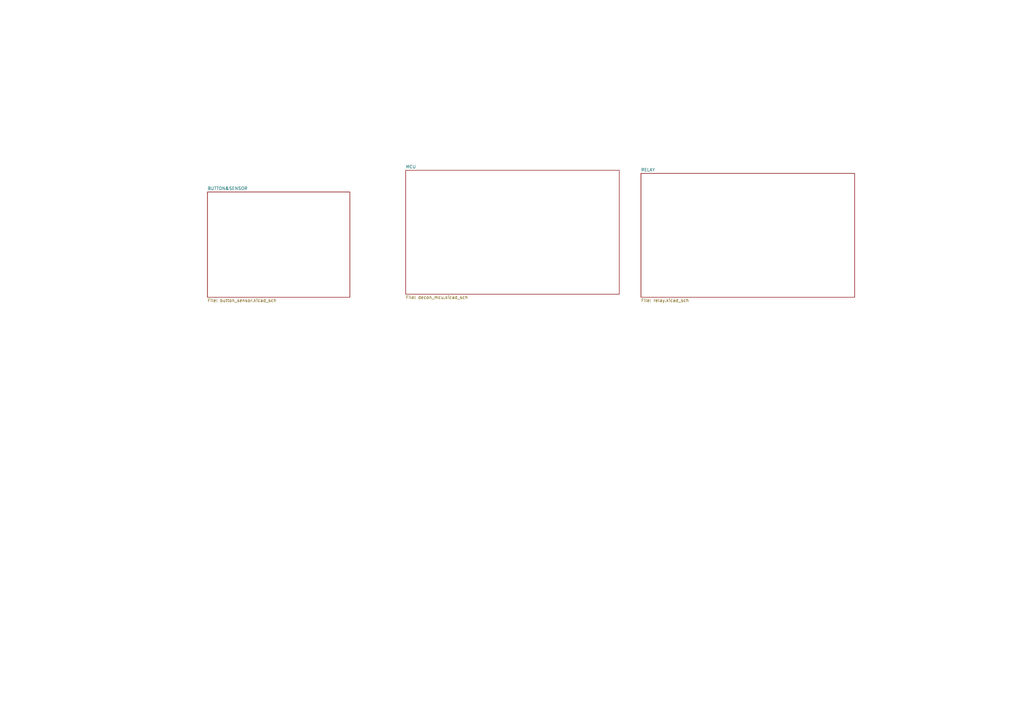
<source format=kicad_sch>
(kicad_sch
	(version 20250114)
	(generator "eeschema")
	(generator_version "9.0")
	(uuid "47267b0b-286c-4b8f-b9a8-0ba7bc68aaf0")
	(paper "A3")
	(lib_symbols)
	(sheet
		(at 85.09 78.74)
		(size 58.42 43.18)
		(exclude_from_sim no)
		(in_bom yes)
		(on_board yes)
		(dnp no)
		(fields_autoplaced yes)
		(stroke
			(width 0.1524)
			(type solid)
		)
		(fill
			(color 0 0 0 0.0000)
		)
		(uuid "250c4b1e-1ad6-4af0-9fac-c14ff50949a2")
		(property "Sheetname" "BUTTON&SENSOR"
			(at 85.09 78.0284 0)
			(effects
				(font
					(size 1.27 1.27)
				)
				(justify left bottom)
			)
		)
		(property "Sheetfile" "button_sensor.kicad_sch"
			(at 85.09 122.5046 0)
			(effects
				(font
					(size 1.27 1.27)
				)
				(justify left top)
			)
		)
		(instances
			(project "DECON_Ctrl_Panel"
				(path "/47267b0b-286c-4b8f-b9a8-0ba7bc68aaf0"
					(page "4")
				)
			)
		)
	)
	(sheet
		(at 262.89 71.12)
		(size 87.63 50.8)
		(exclude_from_sim no)
		(in_bom yes)
		(on_board yes)
		(dnp no)
		(fields_autoplaced yes)
		(stroke
			(width 0.1524)
			(type solid)
		)
		(fill
			(color 0 0 0 0.0000)
		)
		(uuid "2b9ac746-2b50-4445-9c97-b47a3b42976f")
		(property "Sheetname" "RELAY"
			(at 262.89 70.4084 0)
			(effects
				(font
					(size 1.27 1.27)
				)
				(justify left bottom)
			)
		)
		(property "Sheetfile" "relay.kicad_sch"
			(at 262.89 122.5046 0)
			(effects
				(font
					(size 1.27 1.27)
				)
				(justify left top)
			)
		)
		(instances
			(project "DECON_Ctrl_Panel"
				(path "/47267b0b-286c-4b8f-b9a8-0ba7bc68aaf0"
					(page "3")
				)
			)
		)
	)
	(sheet
		(at 166.37 69.85)
		(size 87.63 50.8)
		(exclude_from_sim no)
		(in_bom yes)
		(on_board yes)
		(dnp no)
		(fields_autoplaced yes)
		(stroke
			(width 0.1524)
			(type solid)
		)
		(fill
			(color 0 0 0 0.0000)
		)
		(uuid "670a50ad-84ff-4fbb-b95f-364c96f02187")
		(property "Sheetname" "MCU"
			(at 166.37 69.1384 0)
			(effects
				(font
					(size 1.27 1.27)
				)
				(justify left bottom)
			)
		)
		(property "Sheetfile" "decon_mcu.kicad_sch"
			(at 166.37 121.2346 0)
			(effects
				(font
					(size 1.27 1.27)
				)
				(justify left top)
			)
		)
		(instances
			(project "DECON_Ctrl_Panel"
				(path "/47267b0b-286c-4b8f-b9a8-0ba7bc68aaf0"
					(page "2")
				)
			)
		)
	)
	(sheet_instances
		(path "/"
			(page "1")
		)
	)
	(embedded_fonts no)
)

</source>
